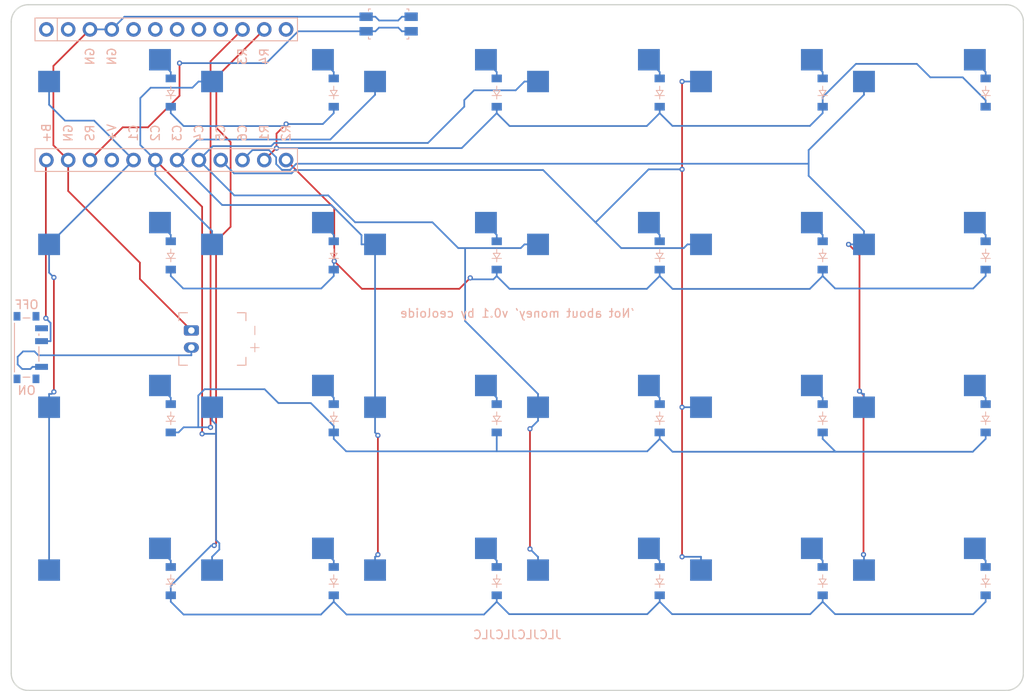
<source format=kicad_pcb>
(kicad_pcb (version 20240108) (generator "pcbnew") (generator_version "8.0")
  (title_block (title "not_about_money") (date "2024-11-12") (rev "v1.0.0") (company "Unknown"))
  (layers (0 "F.Cu" signal) (31 "B.Cu" signal) (34 "B.Paste" user) (35 "F.Paste" user) (36 "B.SilkS" user "B.Silkscreen") (37 "F.SilkS" user "F.Silkscreen") (38 "B.Mask" user) (39 "F.Mask" user) (44 "Edge.Cuts" user))
  (net 0 "")
  (net 1 "C1")
  (net 2 "c1_r4")
  (net 3 "c1_r3")
  (net 4 "c1_r2")
  (net 5 "c1_r1")
  (net 6 "C2")
  (net 7 "c2_r4")
  (net 8 "c2_r3")
  (net 9 "c2_r2")
  (net 10 "c2_r1")
  (net 11 "C3")
  (net 12 "c3_r4")
  (net 13 "c3_r3")
  (net 14 "c3_r2")
  (net 15 "c3_r1")
  (net 16 "C4")
  (net 17 "c4_r4")
  (net 18 "c4_r3")
  (net 19 "c4_r2")
  (net 20 "c4_r1")
  (net 21 "C5")
  (net 22 "c5_r4")
  (net 23 "c5_r3")
  (net 24 "c5_r2")
  (net 25 "c5_r1")
  (net 26 "C6")
  (net 27 "c6_r4")
  (net 28 "c6_r3")
  (net 29 "c6_r2")
  (net 30 "c6_r1")
  (net 31 "R4")
  (net 32 "R3")
  (net 33 "R2")
  (net 34 "R1")
  (net 35 "RAW")
  (net 36 "GND")
  (net 37 "RST")
  (net 38 "VCC")
  (net 39 "P1")
  (net 40 "P0")
  (net 41 "P2")
  (net 42 "P3")
  (net 43 "P4")
  (net 44 "P5")
  (net 45 "P6")
  (net 46 "P9")
  (net 47 "BAT_P")
  (footprint "ceoloide:mounting_hole_npth" (layer "F.Cu") (at 185.5 52.5)
    (property "Reference" "MH2" (hide yes))
    (property "Value" "")
  )
  (footprint "ceoloide:mounting_hole_npth" (layer "F.Cu") (at 109.5 90.5)
    (property "Reference" "MH4" (hide yes))
    (property "Value" "")
  )
  (footprint "ceoloide:mounting_hole_npth" (layer "F.Cu") (at 185.5 90.5)
    (property "Reference" "MH3" (hide yes))
    (property "Value" "")
  )
  (footprint "ceoloide:mounting_hole_npth" (layer "F.Cu") (at 128.5 52.5)
    (property "Reference" "MH1" (hide yes))
    (property "Value" "")
  )
  (footprint "ceoloide:mounting_hole_npth" (layer "F.Cu") (at 147.5 71.5)
    (property "Reference" "MH5" (hide yes))
    (property "Value" "")
  )
  (footprint "ceoloide:switch_mx" (layer "B.Cu") (at 176 81)
    (property "Reference" "S18" (hide yes))
    (property "Value" "")
  )
  (footprint "ceoloide:switch_mx" (layer "B.Cu") (at 157 43)
    (property "Reference" "S16" (hide yes))
    (property "Value" "")
  )
  (footprint "ceoloide:switch_mx" (layer "B.Cu") (at 100 62)
    (property "Reference" "S3" (hide yes))
    (property "Value" "")
  )
  (footprint "ceoloide:diode_tht_sod123" (layer "B.Cu") (at 202.1 98.75 90)
    (property "Reference" "D21" (hide yes))
    (property "Value" "")
  )
  (footprint "ceoloide:switch_mx" (layer "B.Cu") (at 157 62)
    (property "Reference" "S15" (hide yes))
    (property "Value" "")
  )
  (footprint "ceoloide:diode_tht_sod123" (layer "B.Cu") (at 107.1 79.75 90)
    (property "Reference" "D2" (hide yes))
    (property "Value" "")
  )
  (footprint "ceoloide:switch_mx" (layer "B.Cu") (at 195 81)
    (property "Reference" "S22" (hide yes))
    (property "Value" "")
  )
  (footprint "ceoloide:diode_tht_sod123" (layer "B.Cu") (at 202.1 41.75 90)
    (property "Reference" "D24" (hide yes))
    (property "Value" "")
  )
  (footprint "ceoloide:switch_mx" (layer "B.Cu") (at 138 100)
    (property "Reference" "S9" (hide yes))
    (property "Value" "")
  )
  (footprint "ceoloide:diode_tht_sod123" (layer "B.Cu") (at 183.1 41.75 90)
    (property "Reference" "D20" (hide yes))
    (property "Value" "")
  )
  (footprint "ceoloide:switch_mx" (layer "B.Cu") (at 176 100)
    (property "Reference" "S17" (hide yes))
    (property "Value" "")
  )
  (footprint "ceoloide:battery_connector_jst_ph_2" (layer "B.Cu") (at 109.5 70.5 90)
    (property "Reference" "JST1" (hide yes))
    (property "Value" "")
  )
  (footprint "ceoloide:diode_tht_sod123" (layer "B.Cu") (at 126.1 79.75 90)
    (property "Reference" "D6" (hide yes))
    (property "Value" "")
  )
  (footprint "ceoloide:switch_mx" (layer "B.Cu") (at 119 100)
    (property "Reference" "S5" (hide yes))
    (property "Value" "")
  )
  (footprint "ceoloide:switch_mx" (layer "B.Cu") (at 176 43)
    (property "Reference" "S20" (hide yes))
    (property "Value" "")
  )
  (footprint "ceoloide:diode_tht_sod123" (layer "B.Cu") (at 107.1 98.75 90)
    (property "Reference" "D1" (hide yes))
    (property "Value" "")
  )
  (footprint "ceoloide:switch_mx" (layer "B.Cu") (at 119 62)
    (property "Reference" "S7" (hide yes))
    (property "Value" "")
  )
  (footprint "ceoloide:switch_mx" (layer "B.Cu") (at 119 43)
    (property "Reference" "S8" (hide yes))
    (property "Value" "")
  )
  (footprint "ceoloide:switch_mx" (layer "B.Cu") (at 100 81)
    (property "Reference" "S2" (hide yes))
    (property "Value" "")
  )
  (footprint "ceoloide:diode_tht_sod123" (layer "B.Cu") (at 183.1 98.75 90)
    (property "Reference" "D17" (hide yes))
    (property "Value" "")
  )
  (footprint "ceoloide:switch_mx" (layer "B.Cu") (at 195 100)
    (property "Reference" "S21" (hide yes))
    (property "Value" "")
  )
  (footprint "ceoloide:switch_mx" (layer "B.Cu") (at 195 43)
    (property "Reference" "S24" (hide yes))
    (property "Value" "")
  )
  (footprint "ceoloide:diode_tht_sod123" (layer "B.Cu") (at 164.1 98.75 90)
    (property "Reference" "D13" (hide yes))
    (property "Value" "")
  )
  (footprint "ceoloide:switch_mx" (layer "B.Cu") (at 138 43)
    (property "Reference" "S12" (hide yes))
    (property "Value" "")
  )
  (footprint "ceoloide:switch_mx" (layer "B.Cu") (at 176 62)
    (property "Reference" "S19" (hide yes))
    (property "Value" "")
  )
  (footprint "ceoloide:switch_mx" (layer "B.Cu") (at 195 62)
    (property "Reference" "S23" (hide yes))
    (property "Value" "")
  )
  (footprint "ceoloide:switch_mx" (layer "B.Cu") (at 157 81)
    (property "Reference" "S14" (hide yes))
    (property "Value" "")
  )
  (footprint "ceoloide:switch_mx" (layer "B.Cu") (at 100 43)
    (property "Reference" "S4" (hide yes))
    (property "Value" "")
  )
  (footprint "ceoloide:diode_tht_sod123" (layer "B.Cu") (at 145.1 98.75 90)
    (property "Reference" "D9" (hide yes))
    (property "Value" "")
  )
  (footprint "ceoloide:diode_tht_sod123" (layer "B.Cu") (at 202.1 60.75 90)
    (property "Reference" "D23" (hide yes))
    (property "Value" "")
  )
  (footprint "ceoloide:diode_tht_sod123" (layer "B.Cu") (at 164.1 60.75 90)
    (property "Reference" "D15" (hide yes))
    (property "Value" "")
  )
  (footprint "ceoloide:diode_tht_sod123" (layer "B.Cu") (at 126.1 98.75 90)
    (property "Reference" "D5" (hide yes))
    (property "Value" "")
  )
  (footprint "ceoloide:diode_tht_sod123" (layer "B.Cu") (at 145.1 60.75 90)
    (property "Reference" "D11" (hide yes))
    (property "Value" "")
  )
  (footprint "ceoloide:switch_mx" (layer "B.Cu") (at 100 100)
    (property "Reference" "S1" (hide yes))
    (property "Value" "")
  )
  (footprint "ceoloide:switch_mx" (layer "B.Cu") (at 138 62)
    (property "Reference" "S11" (hide yes))
    (property "Value" "")
  )
  (footprint "ceoloide:reset_switch_smd_side" (layer "B.Cu") (at 132.5 33.75)
    (property "Reference" "RST1" (hide yes))
    (property "Value" "")
  )
  (footprint "ceoloide:switch_mx" (layer "B.Cu") (at 138 81)
    (property "Reference" "S10" (hide yes))
    (property "Value" "")
  )
  (footprint "ceoloide:diode_tht_sod123" (layer "B.Cu") (at 126.1 41.75 90)
    (property "Reference" "D8" (hide yes))
    (property "Value" "")
  )
  (footprint "ceoloide:mcu_nice_nano" (layer "B.Cu") (at 105.3 42 90)
    (property "Reference" "MCU1" (hide yes))
    (property "Value" "")
  )
  (footprint "ceoloide:diode_tht_sod123" (layer "B.Cu") (at 183.1 79.75 90)
    (property "Reference" "D18" (hide yes))
    (property "Value" "")
  )
  (footprint "ceoloide:power_switch_smd_side" (layer "B.Cu") (at 90.3 71.5 180)
    (property "Reference" "PWR1" (hide yes))
    (property "Value" "")
  )
  (footprint "ceoloide:diode_tht_sod123" (layer "B.Cu") (at 183.1 60.75 90)
    (property "Reference" "D19" (hide yes))
    (property "Value" "")
  )
  (footprint "ceoloide:diode_tht_sod123" (layer "B.Cu") (at 107.1 60.75 90)
    (property "Reference" "D3" (hide yes))
    (property "Value" "")
  )
  (footprint "ceoloide:diode_tht_sod123" (layer "B.Cu") (at 126.1 60.75 90)
    (property "Reference" "D7" (hide yes))
    (property "Value" "")
  )
  (footprint "ceoloide:switch_mx" (layer "B.Cu") (at 119 81)
    (property "Reference" "S6" (hide yes))
    (property "Value" "")
  )
  (footprint "ceoloide:diode_tht_sod123" (layer "B.Cu") (at 164.1 79.75 90)
    (property "Reference" "D14" (hide yes))
    (property "Value" "")
  )
  (footprint "ceoloide:diode_tht_sod123" (layer "B.Cu") (at 164.1 41.75 90)
    (property "Reference" "D16" (hide yes))
    (property "Value" "")
  )
  (footprint "ceoloide:diode_tht_sod123" (layer "B.Cu") (at 145.1 79.75 90)
    (property "Reference" "D10" (hide yes))
    (property "Value" "")
  )
  (footprint "ceoloide:diode_tht_sod123" (layer "B.Cu") (at 107.1 41.75 90)
    (property "Reference" "D4" (hide yes))
    (property "Value" "")
  )
  (footprint "ceoloide:diode_tht_sod123" (layer "B.Cu") (at 145.1 41.75 90)
    (property "Reference" "D12" (hide yes))
    (property "Value" "")
  )
  (footprint "ceoloide:diode_tht_sod123" (layer "B.Cu") (at 202.1 79.75 90)
    (property "Reference" "D22" (hide yes))
    (property "Value" "")
  )
  (footprint "ceoloide:switch_mx" (layer "B.Cu") (at 157 100)
    (property "Reference" "S13" (hide yes))
    (property "Value" "")
  )
  (gr_line (start 88.5 109.5) (end 88.5 33.5) (stroke (width 0.15)) (layer "Edge.Cuts"))
  (gr_line (start 204.5 111.5) (end 90.5 111.5) (stroke (width 0.15)) (layer "Edge.Cuts"))
  (gr_arc (start 88.5 33.5) (mid 89.085786 32.085786) (end 90.5 31.5) (stroke (width 0.15)) (layer "Edge.Cuts"))
  (gr_line (start 90.5 31.5) (end 204.5 31.5) (stroke (width 0.15)) (layer "Edge.Cuts"))
  (gr_arc (start 204.5 31.5) (mid 205.914214 32.085786) (end 206.5 33.5) (stroke (width 0.15)) (layer "Edge.Cuts"))
  (gr_arc (start 90.5 111.5) (mid 89.085786 110.914214) (end 88.5 109.5) (stroke (width 0.15)) (layer "Edge.Cuts"))
  (gr_arc (start 206.5 109.5) (mid 205.914214 110.914214) (end 204.5 111.5) (stroke (width 0.15)) (layer "Edge.Cuts"))
  (gr_line (start 206.5 33.5) (end 206.5 109.5) (stroke (width 0.15)) (layer "Edge.Cuts"))
  (gr_text "'Not about money' v0.1 by ceoloide" (at 147.5 67.5 0) (layer "B.SilkS") (effects (font (size 1 1)) (justify mirror)))
  (gr_text "JLCJLCJLCJLC" (at 147.5 105 0) (layer "B.SilkS") (effects (font (size 1 1)) (justify mirror)))
  (segment (start 93.4738 76.6651) (end 93.4738 63.3236) (width 0.2) (layer "F.Cu") (net 1))
  (via (at 93.4738 76.6651) (size 0.6) (drill 0.3) (layers "F.Cu" "B.Cu") (net 1))
  (via (at 93.4738 63.3236) (size 0.6) (drill 0.3) (layers "F.Cu" "B.Cu") (net 1))
  (segment (start 92.915 40.46) (end 92.915 43.1701) (width 0.2) (layer "B.Cu") (net 1))
  (segment (start 98.1642 45.0242) (end 102.76 49.62) (width 0.2) (layer "B.Cu") (net 1))
  (segment (start 92.915 62.7648) (end 93.4738 63.3236) (width 0.2) (layer "B.Cu") (net 1))
  (segment (start 92.92 59.46) (end 92.915 59.46) (width 0.2) (layer "B.Cu") (net 1))
  (segment (start 92.915 97.46) (end 92.915 78.46) (width 0.2) (layer "B.Cu") (net 1))
  (segment (start 94.7691 45.0242) (end 98.1642 45.0242) (width 0.2) (layer "B.Cu") (net 1))
  (segment (start 102.76 49.62) (end 92.92 59.46) (width 0.2) (layer "B.Cu") (net 1))
  (segment (start 93.2306 76.9083) (end 93.4738 76.6651) (width 0.2) (layer "B.Cu") (net 1))
  (segment (start 92.915 59.46) (end 92.915 62.7648) (width 0.2) (layer "B.Cu") (net 1))
  (segment (start 92.915 76.9083) (end 93.2306 76.9083) (width 0.2) (layer "B.Cu") (net 1))
  (segment (start 92.915 78.46) (end 92.915 76.9083) (width 0.2) (layer "B.Cu") (net 1))
  (segment (start 92.915 43.1701) (end 94.7691 45.0242) (width 0.2) (layer "B.Cu") (net 1))
  (segment (start 107.1 97.1) (end 107.1 96.3483) (width 0.2) (layer "B.Cu") (net 2))
  (segment (start 107.1 96.3483) (end 105.842 95.0903) (width 0.2) (layer "B.Cu") (net 2))
  (segment (start 105.842 95.0903) (end 105.842 94.92) (width 0.2) (layer "B.Cu") (net 2))
  (segment (start 107.1 78.1) (end 107.1 77.3483) (width 0.2) (layer "B.Cu") (net 3))
  (segment (start 105.842 76.0903) (end 105.842 75.92) (width 0.2) (layer "B.Cu") (net 3))
  (segment (start 107.1 77.3483) (end 105.842 76.0903) (width 0.2) (layer "B.Cu") (net 3))
  (segment (start 105.842 57.0903) (end 105.842 56.92) (width 0.2) (layer "B.Cu") (net 4))
  (segment (start 107.1 58.3483) (end 105.842 57.0903) (width 0.2) (layer "B.Cu") (net 4))
  (segment (start 107.1 59.1) (end 107.1 58.3483) (width 0.2) (layer "B.Cu") (net 4))
  (segment (start 107.1 39.3483) (end 105.842 38.0903) (width 0.2) (layer "B.Cu") (net 5))
  (segment (start 107.1 40.1) (end 107.1 39.3483) (width 0.2) (layer "B.Cu") (net 5))
  (segment (start 105.842 38.0903) (end 105.842 37.92) (width 0.2) (layer "B.Cu") (net 5))
  (segment (start 105.3 49.62) (end 110.7548 55.0748) (width 0.2) (layer "F.Cu") (net 6))
  (segment (start 110.7548 55.0748) (end 110.7548 81.5623) (width 0.2) (layer "F.Cu") (net 6))
  (via (at 110.7548 81.5623) (size 0.6) (drill 0.3) (layers "F.Cu" "B.Cu") (net 6))
  (segment (start 103.5496 47.8696) (end 105.3 49.62) (width 0.2) (layer "B.Cu") (net 6))
  (segment (start 111.915 40.46) (end 110.3383 40.46) (width 0.2) (layer "B.Cu") (net 6))
  (segment (start 103.5496 42.3888) (end 103.5496 47.8696) (width 0.2) (layer "B.Cu") (net 6))
  (segment (start 112.3814 93.9589) (end 112.3814 81.5623) (width 0.2) (layer "B.Cu") (net 6))
  (segment (start 111.915 78.7894) (end 111.915 80.0117) (width 0.2) (layer "B.Cu") (net 6))
  (segment (start 105.3 51.2933) (end 105.3 49.62) (width 0.2) (layer "B.Cu") (net 6))
  (segment (start 112.3814 81.5623) (end 112.3814 80.4781) (width 0.2) (layer "B.Cu") (net 6))
  (segment (start 111.915 59.46) (end 111.915 57.9083) (width 0.2) (layer "B.Cu") (net 6))
  (segment (start 112.7624 94.3398) (end 112.3815 93.9589) (width 0.2) (layer "B.Cu") (net 6))
  (segment (start 110.3383 40.46) (end 109.6166 41.1817) (width 0.2) (layer "B.Cu") (net 6))
  (segment (start 112.7624 95.0609) (end 112.7624 94.3398) (width 0.2) (layer "B.Cu") (net 6))
  (segment (start 111.915 97.46) (end 111.915 95.9083) (width 0.2) (layer "B.Cu") (net 6))
  (segment (start 104.7567 41.1817) (end 103.5496 42.3888) (width 0.2) (layer "B.Cu") (net 6))
  (segment (start 111.915 78.7894) (end 111.915 78.46) (width 0.2) (layer "B.Cu") (net 6))
  (segment (start 112.3814 81.5623) (end 110.7548 81.5623) (width 0.2) (layer "B.Cu") (net 6))
  (segment (start 112.3814 80.4781) (end 111.915 80.0117) (width 0.2) (layer "B.Cu") (net 6))
  (segment (start 109.6166 41.1817) (end 104.7567 41.1817) (width 0.2) (layer "B.Cu") (net 6))
  (segment (start 111.915 95.9083) (end 112.7624 95.0609) (width 0.2) (layer "B.Cu") (net 6))
  (segment (start 112.3815 93.9589) (end 112.3814 93.9589) (width 0.2) (layer "B.Cu") (net 6))
  (segment (start 111.915 57.9083) (end 105.3 51.2933) (width 0.2) (layer "B.Cu") (net 6))
  (segment (start 124.842 95.0903) (end 124.842 94.92) (width 0.2) (layer "B.Cu") (net 7))
  (segment (start 126.1 97.1) (end 126.1 96.3483) (width 0.2) (layer "B.Cu") (net 7))
  (segment (start 126.1 96.3483) (end 124.842 95.0903) (width 0.2) (layer "B.Cu") (net 7))
  (segment (start 126.1 77.3483) (end 124.842 76.0903) (width 0.2) (layer "B.Cu") (net 8))
  (segment (start 126.1 78.1) (end 126.1 77.3483) (width 0.2) (layer "B.Cu") (net 8))
  (segment (start 124.842 76.0903) (end 124.842 75.92) (width 0.2) (layer "B.Cu") (net 8))
  (segment (start 126.1 58.3483) (end 124.842 57.0903) (width 0.2) (layer "B.Cu") (net 9))
  (segment (start 124.842 57.0903) (end 124.842 56.92) (width 0.2) (layer "B.Cu") (net 9))
  (segment (start 126.1 59.1) (end 126.1 58.3483) (width 0.2) (layer "B.Cu") (net 9))
  (segment (start 126.1 40.1) (end 126.1 39.3483) (width 0.2) (layer "B.Cu") (net 10))
  (segment (start 124.842 38.0903) (end 124.842 37.92) (width 0.2) (layer "B.Cu") (net 10))
  (segment (start 126.1 39.3483) (end 124.842 38.0903) (width 0.2) (layer "B.Cu") (net 10))
  (segment (start 131.2475 95.6588) (end 131.2475 81.7421) (width 0.2) (layer "F.Cu") (net 11))
  (via (at 131.2475 95.6588) (size 0.6) (drill 0.3) (layers "F.Cu" "B.Cu") (net 11))
  (via (at 131.2475 81.7421) (size 0.6) (drill 0.3) (layers "F.Cu" "B.Cu") (net 11))
  (segment (start 125.7008 47.2259) (end 110.2341 47.2259) (width 0.2) (layer "B.Cu") (net 11))
  (segment (start 125.8153 54.8683) (end 113.0883 54.8683) (width 0.2) (layer "B.Cu") (net 11))
  (segment (start 129.3383 59.46) (end 129.3383 58.3913) (width 0.2) (layer "B.Cu") (net 11))
  (segment (start 130.998 95.9083) (end 131.2475 95.6588) (width 0.2) (layer "B.Cu") (net 11))
  (segment (start 130.915 95.9083) (end 130.998 95.9083) (width 0.2) (layer "B.Cu") (net 11))
  (segment (start 129.3383 58.3913) (end 125.8153 54.8683) (width 0.2) (layer "B.Cu") (net 11))
  (segment (start 130.915 42.0117) (end 125.7008 47.2259) (width 0.2) (layer "B.Cu") (net 11))
  (segment (start 130.915 81.4096) (end 131.2475 81.7421) (width 0.2) (layer "B.Cu") (net 11))
  (segment (start 110.2341 47.2259) (end 107.84 49.62) (width 0.2) (layer "B.Cu") (net 11))
  (segment (start 130.915 97.46) (end 130.915 95.9083) (width 0.2) (layer "B.Cu") (net 11))
  (segment (start 130.915 40.46) (end 130.915 42.0117) (width 0.2) (layer "B.Cu") (net 11))
  (segment (start 130.915 59.46) (end 130.915 78.46) (width 0.2) (layer "B.Cu") (net 11))
  (segment (start 113.0883 54.8683) (end 107.84 49.62) (width 0.2) (layer "B.Cu") (net 11))
  (segment (start 130.915 59.46) (end 129.3383 59.46) (width 0.2) (layer "B.Cu") (net 11))
  (segment (start 130.915 78.46) (end 130.915 81.4096) (width 0.2) (layer "B.Cu") (net 11))
  (segment (start 145.1 96.3483) (end 143.842 95.0903) (width 0.2) (layer "B.Cu") (net 12))
  (segment (start 143.842 95.0903) (end 143.842 94.92) (width 0.2) (layer "B.Cu") (net 12))
  (segment (start 145.1 97.1) (end 145.1 96.3483) (width 0.2) (layer "B.Cu") (net 12))
  (segment (start 145.1 77.3483) (end 143.842 76.0903) (width 0.2) (layer "B.Cu") (net 13))
  (segment (start 143.842 76.0903) (end 143.842 75.92) (width 0.2) (layer "B.Cu") (net 13))
  (segment (start 145.1 78.1) (end 145.1 77.3483) (width 0.2) (layer "B.Cu") (net 13))
  (segment (start 145.1 58.3483) (end 143.842 57.0903) (width 0.2) (layer "B.Cu") (net 14))
  (segment (start 143.842 57.0903) (end 143.842 56.92) (width 0.2) (layer "B.Cu") (net 14))
  (segment (start 145.1 59.1) (end 145.1 58.3483) (width 0.2) (layer "B.Cu") (net 14))
  (segment (start 143.842 38.0903) (end 143.842 37.92) (width 0.2) (layer "B.Cu") (net 15))
  (segment (start 145.1 40.1) (end 145.1 39.3483) (width 0.2) (layer "B.Cu") (net 15))
  (segment (start 145.1 39.3483) (end 143.842 38.0903) (width 0.2) (layer "B.Cu") (net 15))
  (segment (start 148.9775 94.9938) (end 148.9775 80.9786) (width 0.2) (layer "F.Cu") (net 16))
  (via (at 148.9775 80.9786) (size 0.6) (drill 0.3) (layers "F.Cu" "B.Cu") (net 16))
  (via (at 148.9775 94.9938) (size 0.6) (drill 0.3) (layers "F.Cu" "B.Cu") (net 16))
  (segment (start 149.915 59.46) (end 148.3383 59.46) (width 0.2) (layer "B.Cu") (net 16))
  (segment (start 141.4138 68.4071) (end 149.915 76.9083) (width 0.2) (layer "B.Cu") (net 16))
  (segment (start 148.3383 40.46) (end 147.3111 41.4872) (width 0.2) (layer "B.Cu") (net 16))
  (segment (start 112.0045 47.9955) (end 110.38 49.62) (width 0.2) (layer "B.Cu") (net 16))
  (segment (start 149.915 40.46) (end 148.3383 40.46) (width 0.2) (layer "B.Cu") (net 16))
  (segment (start 142.4526 41.4872) (end 141.3179 42.6219) (width 0.2) (layer "B.Cu") (net 16))
  (segment (start 118.8106 47.9954) (end 118.8106 47.9955) (width 0.2) (layer "B.Cu") (net 16))
  (segment (start 141.3179 42.6219) (end 141.3179 43.39) (width 0.2) (layer "B.Cu") (net 16))
  (segment (start 114.5085 53.7485) (end 110.38 49.62) (width 0.2) (layer "B.Cu") (net 16))
  (segment (start 141.3179 43.39) (end 137.0803 47.6276) (width 0.2) (layer "B.Cu") (net 16))
  (segment (start 119.1784 47.6276) (end 118.8106 47.9954) (width 0.2) (layer "B.Cu") (net 16))
  (segment (start 141.4138 59.8936) (end 140.6121 59.8936) (width 0.2) (layer "B.Cu") (net 16))
  (segment (start 118.8106 47.9955) (end 112.0045 47.9955) (width 0.2) (layer "B.Cu") (net 16))
  (segment (start 149.915 80.0411) (end 148.9775 80.9786) (width 0.2) (layer "B.Cu") (net 16))
  (segment (start 148.9775 94.9938) (end 149.892 95.9083) (width 0.2) (layer "B.Cu") (net 16))
  (segment (start 148.3383 59.46) (end 147.9047 59.8936) (width 0.2) (layer "B.Cu") (net 16))
  (segment (start 140.6121 59.8936) (end 137.6003 56.8818) (width 0.2) (layer "B.Cu") (net 16))
  (segment (start 141.4138 59.8936) (end 141.4138 68.4071) (width 0.2) (layer "B.Cu") (net 16))
  (segment (start 125.4635 53.7485) (end 114.5085 53.7485) (width 0.2) (layer "B.Cu") (net 16))
  (segment (start 149.915 77.6841) (end 149.915 78.46) (width 0.2) (layer "B.Cu") (net 16))
  (segment (start 149.915 77.6841) (end 149.915 76.9083) (width 0.2) (layer "B.Cu") (net 16))
  (segment (start 147.3111 41.4872) (end 142.4526 41.4872) (width 0.2) (layer "B.Cu") (net 16))
  (segment (start 149.915 97.46) (end 149.915 95.9083) (width 0.2) (layer "B.Cu") (net 16))
  (segment (start 137.6003 56.8818) (end 128.5968 56.8818) (width 0.2) (layer "B.Cu") (net 16))
  (segment (start 149.892 95.9083) (end 149.915 95.9083) (width 0.2) (layer "B.Cu") (net 16))
  (segment (start 128.5968 56.8818) (end 125.4635 53.7485) (width 0.2) (layer "B.Cu") (net 16))
  (segment (start 137.0803 47.6276) (end 119.1784 47.6276) (width 0.2) (layer "B.Cu") (net 16))
  (segment (start 149.915 78.46) (end 149.915 80.0411) (width 0.2) (layer "B.Cu") (net 16))
  (segment (start 147.9047 59.8936) (end 141.4138 59.8936) (width 0.2) (layer "B.Cu") (net 16))
  (segment (start 164.1 96.3483) (end 162.842 95.0903) (width 0.2) (layer "B.Cu") (net 17))
  (segment (start 164.1 97.1) (end 164.1 96.3483) (width 0.2) (layer "B.Cu") (net 17))
  (segment (start 162.842 95.0903) (end 162.842 94.92) (width 0.2) (layer "B.Cu") (net 17))
  (segment (start 162.842 76.0903) (end 162.842 75.92) (width 0.2) (layer "B.Cu") (net 18))
  (segment (start 164.1 78.1) (end 164.1 77.3483) (width 0.2) (layer "B.Cu") (net 18))
  (segment (start 164.1 77.3483) (end 162.842 76.0903) (width 0.2) (layer "B.Cu") (net 18))
  (segment (start 164.1 59.1) (end 164.1 58.3483) (width 0.2) (layer "B.Cu") (net 19))
  (segment (start 164.1 58.3483) (end 162.842 57.0903) (width 0.2) (layer "B.Cu") (net 19))
  (segment (start 162.842 57.0903) (end 162.842 56.92) (width 0.2) (layer "B.Cu") (net 19))
  (segment (start 164.1 39.3483) (end 162.842 38.0903) (width 0.2) (layer "B.Cu") (net 20))
  (segment (start 162.842 38.0903) (end 162.842 37.92) (width 0.2) (layer "B.Cu") (net 20))
  (segment (start 164.1 40.1) (end 164.1 39.3483) (width 0.2) (layer "B.Cu") (net 20))
  (segment (start 166.7075 40.46) (end 166.7075 50.7068) (width 0.2) (layer "F.Cu") (net 21))
  (segment (start 166.7075 78.46) (end 166.7075 95.9083) (width 0.2) (layer "F.Cu") (net 21))
  (segment (start 166.7075 50.7068) (end 166.7075 78.46) (width 0.2) (layer "F.Cu") (net 21))
  (via (at 166.7075 95.9083) (size 0.6) (drill 0.3) (layers "F.Cu" "B.Cu") (net 21))
  (via (at 166.7075 40.46) (size 0.6) (drill 0.3) (layers "F.Cu" "B.Cu") (net 21))
  (via (at 166.7075 50.7068) (size 0.6) (drill 0.3) (layers "F.Cu" "B.Cu") (net 21))
  (via (at 166.7075 78.46) (size 0.6) (drill 0.3) (layers "F.Cu" "B.Cu") (net 21))
  (segment (start 112.92 49.62) (end 114.4734 51.1734) (width 0.2) (layer "B.Cu") (net 21))
  (segment (start 168.915 40.46) (end 166.7075 40.46) (width 0.2) (layer "B.Cu") (net 21))
  (segment (start 168.915 59.46) (end 167.3383 59.46) (width 0.2) (layer "B.Cu") (net 21))
  (segment (start 166.9047 59.8936) (end 167.3383 59.46) (width 0.2) (layer "B.Cu") (net 21))
  (segment (start 114.4734 51.1734) (end 121.1834 51.1734) (width 0.2) (layer "B.Cu") (net 21))
  (segment (start 121.1834 51.1734) (end 121.5698 50.787) (width 0.2) (layer "B.Cu") (net 21))
  (segment (start 168.915 97.46) (end 168.915 95.9083) (width 0.2) (layer "B.Cu") (net 21))
  (segment (start 168.915 95.9083) (end 166.7075 95.9083) (width 0.2) (layer "B.Cu") (net 21))
  (segment (start 168.915 78.46) (end 166.7075 78.46) (width 0.2) (layer "B.Cu") (net 21))
  (segment (start 166.7075 50.7068) (end 162.8085 50.7068) (width 0.2) (layer "B.Cu") (net 21))
  (segment (start 159.6121 59.8936) (end 166.9047 59.8936) (width 0.2) (layer "B.Cu") (net 21))
  (segment (start 156.6169 56.8984) (end 159.6121 59.8936) (width 0.2) (layer "B.Cu") (net 21))
  (segment (start 162.8085 50.7068) (end 156.6169 56.8984) (width 0.2) (layer "B.Cu") (net 21))
  (segment (start 150.5055 50.787) (end 156.6169 56.8984) (width 0.2) (layer "B.Cu") (net 21))
  (segment (start 121.5698 50.787) (end 150.5055 50.787) (width 0.2) (layer "B.Cu") (net 21))
  (segment (start 183.1 97.1) (end 183.1 96.3483) (width 0.2) (layer "B.Cu") (net 22))
  (segment (start 183.1 96.3483) (end 181.842 95.0903) (width 0.2) (layer "B.Cu") (net 22))
  (segment (start 181.842 95.0903) (end 181.842 94.92) (width 0.2) (layer "B.Cu") (net 22))
  (segment (start 181.842 76.0903) (end 181.842 75.92) (width 0.2) (layer "B.Cu") (net 23))
  (segment (start 183.1 77.3483) (end 181.842 76.0903) (width 0.2) (layer "B.Cu") (net 23))
  (segment (start 183.1 78.1) (end 183.1 77.3483) (width 0.2) (layer "B.Cu") (net 23))
  (segment (start 183.1 59.1) (end 183.1 58.3483) (width 0.2) (layer "B.Cu") (net 24))
  (segment (start 183.1 58.3483) (end 181.842 57.0903) (width 0.2) (layer "B.Cu") (net 24))
  (segment (start 181.842 57.0903) (end 181.842 56.92) (width 0.2) (layer "B.Cu") (net 24))
  (segment (start 181.842 38.0903) (end 181.842 37.92) (width 0.2) (layer "B.Cu") (net 25))
  (segment (start 183.1 40.1) (end 183.1 39.3483) (width 0.2) (layer "B.Cu") (net 25))
  (segment (start 183.1 39.3483) (end 181.842 38.0903) (width 0.2) (layer "B.Cu") (net 25))
  (segment (start 187.3925 76.5826) (end 187.86 77.0501) (width 0.2) (layer "F.Cu") (net 26))
  (segment (start 187.3925 60.734) (end 186.1185 59.46) (width 0.2) (layer "F.Cu") (net 26))
  (segment (start 187.86 77.0501) (end 187.86 95.654) (width 0.2) (layer "F.Cu") (net 26))
  (segment (start 187.3925 76.5826) (end 187.3925 60.734) (width 0.2) (layer "F.Cu") (net 26))
  (via (at 187.3925 76.5826) (size 0.6) (drill 0.3) (layers "F.Cu" "B.Cu") (net 26))
  (via (at 187.86 95.654) (size 0.6) (drill 0.3) (layers "F.Cu" "B.Cu") (net 26))
  (via (at 186.1185 59.46) (size 0.6) (drill 0.3) (layers "F.Cu" "B.Cu") (net 26))
  (segment (start 187.915 58.6841) (end 187.915 57.9083) (width 0.2) (layer "B.Cu") (net 26))
  (segment (start 187.915 42.0117) (end 181.4635 48.4632) (width 0.2) (layer "B.Cu") (net 26))
  (segment (start 181.4635 50.0503) (end 181.4635 51.4568) (width 0.2) (layer "B.Cu") (net 26))
  (segment (start 118.5466 48.4632) (end 119.3883 49.3049) (width 0.2) (layer "B.Cu") (net 26))
  (segment (start 119.3883 50.097) (end 120.063 50.7717) (width 0.2) (layer "B.Cu") (net 26))
  (segment (start 187.915 58.6841) (end 187.915 59.46) (width 0.2) (layer "B.Cu") (net 26))
  (segment (start 120.063 50.7717) (end 121.0171 50.7717) (width 0.2) (layer "B.Cu") (net 26))
  (segment (start 187.915 97.46) (end 187.915 95.709) (width 0.2) (layer "B.Cu") (net 26))
  (segment (start 115.46 49.62) (end 116.6168 48.4632) (width 0.2) (layer "B.Cu") (net 26))
  (segment (start 187.915 78.46) (end 187.915 76.9083) (width 0.2) (layer "B.Cu") (net 26))
  (segment (start 187.915 40.46) (end 187.915 42.0117) (width 0.2) (layer "B.Cu") (net 26))
  (segment (start 187.915 59.46) (end 186.1185 59.46) (width 0.2) (layer "B.Cu") (net 26))
  (segment (start 116.6168 48.4632) (end 118.5466 48.4632) (width 0.2) (layer "B.Cu") (net 26))
  (segment (start 181.4635 51.4568) (end 187.915 57.9083) (width 0.2) (layer "B.Cu") (net 26))
  (segment (start 187.3925 76.5826) (end 187.7182 76.9083) (width 0.2) (layer "B.Cu") (net 26))
  (segment (start 187.915 95.709) (end 187.86 95.654) (width 0.2) (layer "B.Cu") (net 26))
  (segment (start 121.0171 50.7717) (end 121.7385 50.0503) (width 0.2) (layer "B.Cu") (net 26))
  (segment (start 187.7182 76.9083) (end 187.915 76.9083) (width 0.2) (layer "B.Cu") (net 26))
  (segment (start 181.4635 48.4632) (end 181.4635 50.0503) (width 0.2) (layer "B.Cu") (net 26))
  (segment (start 119.3883 49.3049) (end 119.3883 50.097) (width 0.2) (layer "B.Cu") (net 26))
  (segment (start 121.7385 50.0503) (end 181.4635 50.0503) (width 0.2) (layer "B.Cu") (net 26))
  (segment (start 202.1 96.3483) (end 200.842 95.0903) (width 0.2) (layer "B.Cu") (net 27))
  (segment (start 200.842 95.0903) (end 200.842 94.92) (width 0.2) (layer "B.Cu") (net 27))
  (segment (start 202.1 97.1) (end 202.1 96.3483) (width 0.2) (layer "B.Cu") (net 27))
  (segment (start 200.842 76.0903) (end 200.842 75.92) (width 0.2) (layer "B.Cu") (net 28))
  (segment (start 202.1 78.1) (end 202.1 77.3483) (width 0.2) (layer "B.Cu") (net 28))
  (segment (start 202.1 77.3483) (end 200.842 76.0903) (width 0.2) (layer "B.Cu") (net 28))
  (segment (start 200.842 57.0903) (end 200.842 56.92) (width 0.2) (layer "B.Cu") (net 29))
  (segment (start 202.1 59.1) (end 202.1 58.3483) (width 0.2) (layer "B.Cu") (net 29))
  (segment (start 202.1 58.3483) (end 200.842 57.0903) (width 0.2) (layer "B.Cu") (net 29))
  (segment (start 202.1 40.1) (end 202.1 39.3483) (width 0.2) (layer "B.Cu") (net 30))
  (segment (start 202.1 39.3483) (end 200.842 38.0903) (width 0.2) (layer "B.Cu") (net 30))
  (segment (start 200.842 38.0903) (end 200.842 37.92) (width 0.2) (layer "B.Cu") (net 30))
  (segment (start 112.3804 59.0996) (end 114.0747 57.4053) (width 0.2) (layer "F.Cu") (net 31))
  (segment (start 114.0747 57.4053) (end 114.0747 47.5221) (width 0.2) (layer "F.Cu") (net 31))
  (segment (start 114.0747 47.5221) (end 112.4111 45.8585) (width 0.2) (layer "F.Cu") (net 31))
  (segment (start 112.1607 94.589) (end 112.3804 94.3693) (width 0.2) (layer "F.Cu") (net 31))
  (segment (start 112.3804 94.3693) (end 112.3804 59.0996) (width 0.2) (layer "F.Cu") (net 31))
  (segment (start 112.4111 45.8585) (end 112.4111 39.9689) (width 0.2) (layer "F.Cu") (net 31))
  (segment (start 112.4111 39.9689) (end 118 34.38) (width 0.2) (layer "F.Cu") (net 31))
  (via (at 112.1607 94.589) (size 0.6) (drill 0.3) (layers "F.Cu" "B.Cu") (net 31))
  (segment (start 164.1 101.1517) (end 165.55 102.6017) (width 0.2) (layer "B.Cu") (net 31))
  (segment (start 200.65 102.6017) (end 202.1 101.1517) (width 0.2) (layer "B.Cu") (net 31))
  (segment (start 107.1 100.7758) (end 107.1 101.1517) (width 0.2) (layer "B.Cu") (net 31))
  (segment (start 107.1 100.4) (end 107.1 99.3072) (width 0.2) (layer "B.Cu") (net 31))
  (segment (start 108.593 102.6447) (end 124.607 102.6447) (width 0.2) (layer "B.Cu") (net 31))
  (segment (start 143.6102 102.6415) (end 145.1 101.1517) (width 0.2) (layer "B.Cu") (net 31))
  (segment (start 145.1 101.1517) (end 146.55 102.6017) (width 0.2) (layer "B.Cu") (net 31))
  (segment (start 124.607 102.6447) (end 126.1 101.1517) (width 0.2) (layer "B.Cu") (net 31))
  (segment (start 127.5898 102.6415) (end 143.6102 102.6415) (width 0.2) (layer "B.Cu") (net 31))
  (segment (start 111.8182 94.589) (end 112.1607 94.589) (width 0.2) (layer "B.Cu") (net 31))
  (segment (start 126.1 101.1517) (end 127.5898 102.6415) (width 0.2) (layer "B.Cu") (net 31))
  (segment (start 126.1 100.7758) (end 126.1 101.1517) (width 0.2) (layer "B.Cu") (net 31))
  (segment (start 107.1 100.7758) (end 107.1 100.4) (width 0.2) (layer "B.Cu") (net 31))
  (segment (start 145.1 100.4) (end 145.1 101.1517) (width 0.2) (layer "B.Cu") (net 31))
  (segment (start 165.55 102.6017) (end 181.65 102.6017) (width 0.2) (layer "B.Cu") (net 31))
  (segment (start 146.55 102.6017) (end 162.65 102.6017) (width 0.2) (layer "B.Cu") (net 31))
  (segment (start 107.1 99.3072) (end 111.8182 94.589) (width 0.2) (layer "B.Cu") (net 31))
  (segment (start 162.65 102.6017) (end 164.1 101.1517) (width 0.2) (layer "B.Cu") (net 31))
  (segment (start 183.1 101.1517) (end 184.55 102.6017) (width 0.2) (layer "B.Cu") (net 31))
  (segment (start 183.1 100.4) (end 183.1 101.1517) (width 0.2) (layer "B.Cu") (net 31))
  (segment (start 126.1 100.7758) (end 126.1 100.4) (width 0.2) (layer "B.Cu") (net 31))
  (segment (start 184.55 102.6017) (end 200.65 102.6017) (width 0.2) (layer "B.Cu") (net 31))
  (segment (start 107.1 101.1517) (end 108.593 102.6447) (width 0.2) (layer "B.Cu") (net 31))
  (segment (start 202.1 100.4) (end 202.1 101.1517) (width 0.2) (layer "B.Cu") (net 31))
  (segment (start 181.65 102.6017) (end 183.1 101.1517) (width 0.2) (layer "B.Cu") (net 31))
  (segment (start 164.1 100.4) (end 164.1 101.1517) (width 0.2) (layer "B.Cu") (net 31))
  (segment (start 115.46 34.38) (end 111.7378 38.1022) (width 0.2) (layer "F.Cu") (net 32))
  (segment (start 111.7378 38.1022) (end 111.7378 80.8028) (width 0.2) (layer "F.Cu") (net 32))
  (via (at 111.7378 80.8028) (size 0.6) (drill 0.3) (layers "F.Cu" "B.Cu") (net 32))
  (segment (start 108.5989 80.8028) (end 110.3067 80.8028) (width 0.2) (layer "B.Cu") (net 32))
  (segment (start 119.6489 77.9717) (end 123.4234 77.9717) (width 0.2) (layer "B.Cu") (net 32))
  (segment (start 184.6005 83.6522) (end 183.1 82.1517) (width 0.2) (layer "B.Cu") (net 32))
  (segment (start 202.1 81.4) (end 202.1 82.1517) (width 0.2) (layer "B.Cu") (net 32))
  (segment (start 145.1 83.6072) (end 127.5555 83.6072) (width 0.2) (layer "B.Cu") (net 32))
  (segment (start 145.1 82.1517) (end 145.1 83.6072) (width 0.2) (layer "B.Cu") (net 32))
  (segment (start 184.6005 83.6522) (end 165.6005 83.6522) (width 0.2) (layer "B.Cu") (net 32))
  (segment (start 145.1 81.4) (end 145.1 82.1517) (width 0.2) (layer "B.Cu") (net 32))
  (segment (start 127.5555 83.6072) (end 126.1 82.1517) (width 0.2) (layer "B.Cu") (net 32))
  (segment (start 164.1 81.4) (end 164.1 82.1517) (width 0.2) (layer "B.Cu") (net 32))
  (segment (start 118.0381 76.3609) (end 119.6489 77.9717) (width 0.2) (layer "B.Cu") (net 32))
  (segment (start 162.6445 83.6072) (end 145.1 83.6072) (width 0.2) (layer "B.Cu") (net 32))
  (segment (start 110.3067 80.8028) (end 111.7378 80.8028) (width 0.2) (layer "B.Cu") (net 32))
  (segment (start 110.3067 80.8028) (end 110.3067 77.0981) (width 0.2) (layer "B.Cu") (net 32))
  (segment (start 110.3067 77.0981) (end 111.0439 76.3609) (width 0.2) (layer "B.Cu") (net 32))
  (segment (start 200.5995 83.6522) (end 184.6005 83.6522) (width 0.2) (layer "B.Cu") (net 32))
  (segment (start 165.6005 83.6522) (end 164.1 82.1517) (width 0.2) (layer "B.Cu") (net 32))
  (segment (start 107.1 81.4) (end 108.0017 81.4) (width 0.2) (layer "B.Cu") (net 32))
  (segment (start 126.1 81.4) (end 126.1 80.6483) (width 0.2) (layer "B.Cu") (net 32))
  (segment (start 126.1 81.4) (end 126.1 82.1517) (width 0.2) (layer "B.Cu") (net 32))
  (segment (start 108.0017 81.4) (end 108.5989 80.8028) (width 0.2) (layer "B.Cu") (net 32))
  (segment (start 111.0439 76.3609) (end 118.0381 76.3609) (width 0.2) (layer "B.Cu") (net 32))
  (segment (start 123.4234 77.9717) (end 126.1 80.6483) (width 0.2) (layer "B.Cu") (net 32))
  (segment (start 183.1 81.4) (end 183.1 82.1517) (width 0.2) (layer "B.Cu") (net 32))
  (segment (start 202.1 82.1517) (end 200.5995 83.6522) (width 0.2) (layer "B.Cu") (net 32))
  (segment (start 164.1 82.1517) (end 162.6445 83.6072) (width 0.2) (layer "B.Cu") (net 32))
  (segment (start 126.1575 61.4191) (end 129.3832 64.6448) (width 0.2) (layer "F.Cu") (net 33))
  (segment (start 120.54 49.62) (end 126.1575 55.2375) (width 0.2) (layer "F.Cu") (net 33))
  (segment (start 140.7439 64.6448) (end 142.0155 63.3732) (width 0.2) (layer "F.Cu") (net 33))
  (segment (start 129.3832 64.6448) (end 140.7439 64.6448) (width 0.2) (layer "F.Cu") (net 33))
  (segment (start 126.1575 55.2375) (end 126.1575 61.4191) (width 0.2) (layer "F.Cu") (net 33))
  (via (at 126.1575 61.4191) (size 0.6) (drill 0.3) (layers "F.Cu" "B.Cu") (net 33))
  (via (at 142.0155 63.3732) (size 0.6) (drill 0.3) (layers "F.Cu" "B.Cu") (net 33))
  (segment (start 200.6445 64.6072) (end 202.1 63.1517) (width 0.2) (layer "B.Cu") (net 33))
  (segment (start 162.6043 64.6474) (end 164.1 63.1517) (width 0.2) (layer "B.Cu") (net 33))
  (segment (start 145.1 62.4) (end 145.1 63.1517) (width 0.2) (layer "B.Cu") (net 33))
  (segment (start 183.1 63.1517) (end 184.5555 64.6072) (width 0.2) (layer "B.Cu") (net 33))
  (segment (start 144.7107 63.541) (end 145.1 63.1517) (width 0.2) (layer "B.Cu") (net 33))
  (segment (start 142.0155 63.3732) (end 142.1833 63.541) (width 0.2) (layer "B.Cu") (net 33))
  (segment (start 142.1833 63.541) (end 144.7107 63.541) (width 0.2) (layer "B.Cu") (net 33))
  (segment (start 124.6427 64.609) (end 108.5573 64.609) (width 0.2) (layer "B.Cu") (net 33))
  (segment (start 107.1 62.4) (end 107.1 63.1517) (width 0.2) (layer "B.Cu") (net 33))
  (segment (start 202.1 62.4) (end 202.1 63.1517) (width 0.2) (layer "B.Cu") (net 33))
  (segment (start 146.5957 64.6474) (end 162.6043 64.6474) (width 0.2) (layer "B.Cu") (net 33))
  (segment (start 164.1 62.4) (end 164.1 63.1517) (width 0.2) (layer "B.Cu") (net 33))
  (segment (start 108.5573 64.609) (end 107.1 63.1517) (width 0.2) (layer "B.Cu") (net 33))
  (segment (start 181.5964 64.6553) (end 183.1 63.1517) (width 0.2) (layer "B.Cu") (net 33))
  (segment (start 126.1 62.4) (end 126.1 63.1517) (width 0.2) (layer "B.Cu") (net 33))
  (segment (start 183.1 62.4) (end 183.1 63.1517) (width 0.2) (layer "B.Cu") (net 33))
  (segment (start 184.5555 64.6072) (end 200.6445 64.6072) (width 0.2) (layer "B.Cu") (net 33))
  (segment (start 126.1575 61.4191) (end 126.1 61.4766) (width 0.2) (layer "B.Cu") (net 33))
  (segment (start 165.6036 64.6553) (end 181.5964 64.6553) (width 0.2) (layer "B.Cu") (net 33))
  (segment (start 164.1 63.1517) (end 165.6036 64.6553) (width 0.2) (layer "B.Cu") (net 33))
  (segment (start 126.1 63.1517) (end 124.6427 64.609) (width 0.2) (layer "B.Cu") (net 33))
  (segment (start 126.1 61.4766) (end 126.1 62.4) (width 0.2) (layer "B.Cu") (net 33))
  (segment (start 145.1 63.1517) (end 146.5957 64.6474) (width 0.2) (layer "B.Cu") (net 33))
  (segment (start 119.4275 46.5389) (end 120.5479 45.4185) (width 0.2) (layer "F.Cu") (net 34))
  (segment (start 119.4275 48.2293) (end 119.4275 46.5389) (width 0.2) (layer "F.Cu") (net 34))
  (segment (start 118 49.62) (end 119.3907 48.2293) (width 0.2) (layer "F.Cu") (net 34))
  (segment (start 119.3907 48.2293) (end 119.4275 48.2293) (width 0.2) (layer "F.Cu") (net 34))
  (via (at 120.5479 45.4185) (size 0.6) (drill 0.3) (layers "F.Cu" "B.Cu") (net 34))
  (via (at 119.4275 48.2293) (size 0.6) (drill 0.3) (layers "F.Cu" "B.Cu") (net 34))
  (segment (start 124.8332 45.4185) (end 126.1 44.1517) (width 0.2) (layer "B.Cu") (net 34))
  (segment (start 194.0805 38.4033) (end 195.6489 39.9717) (width 0.2) (layer "B.Cu") (net 34))
  (segment (start 165.5851 45.6368) (end 164.1 44.1517) (width 0.2) (layer "B.Cu") (net 34))
  (segment (start 108.6046 45.6563) (end 120.3101 45.6563) (width 0.2) (layer "B.Cu") (net 34))
  (segment (start 119.4275 48.2293) (end 141.0224 48.2293) (width 0.2) (layer "B.Cu") (net 34))
  (segment (start 120.5479 45.4185) (end 124.8332 45.4185) (width 0.2) (layer "B.Cu") (net 34))
  (segment (start 107.1 43.4) (end 107.1 44.1517) (width 0.2) (layer "B.Cu") (net 34))
  (segment (start 181.6149 45.6368) (end 165.5851 45.6368) (width 0.2) (layer "B.Cu") (net 34))
  (segment (start 183.1 43.7758) (end 183.1 43.4) (width 0.2) (layer "B.Cu") (net 34))
  (segment (start 195.6489 39.9717) (end 199.4234 39.9717) (width 0.2) (layer "B.Cu") (net 34))
  (segment (start 202.1 43.4) (end 202.1 42.6483) (width 0.2) (layer "B.Cu") (net 34))
  (segment (start 164.1 43.4) (end 164.1 44.1517) (width 0.2) (layer "B.Cu") (net 34))
  (segment (start 107.1 44.1517) (end 108.6046 45.6563) (width 0.2) (layer "B.Cu") (net 34))
  (segment (start 183.1 43.7758) (end 183.1 44.1517) (width 0.2) (layer "B.Cu") (net 34))
  (segment (start 183.1 42.2826) (end 186.9793 38.4033) (width 0.2) (layer "B.Cu") (net 34))
  (segment (start 145.1 44.1517) (end 146.6009 45.6526) (width 0.2) (layer "B.Cu") (net 34))
  (segment (start 199.4234 39.9717) (end 202.1 42.6483) (width 0.2) (layer "B.Cu") (net 34))
  (segment (start 186.9793 38.4033) (end 194.0805 38.4033) (width 0.2) (layer "B.Cu") (net 34))
  (segment (start 120.3101 45.6563) (end 120.5479 45.4185) (width 0.2) (layer "B.Cu") (net 34))
  (segment (start 146.6009 45.6526) (end 162.5991 45.6526) (width 0.2) (layer "B.Cu") (net 34))
  (segment (start 162.5991 45.6526) (end 164.1 44.1517) (width 0.2) (layer "B.Cu") (net 34))
  (segment (start 145.1 43.4) (end 145.1 44.1517) (width 0.2) (layer "B.Cu") (net 34))
  (segment (start 183.1 43.4) (end 183.1 42.2826) (width 0.2) (layer "B.Cu") (net 34))
  (segment (start 126.1 43.4) (end 126.1 44.1517) (width 0.2) (layer "B.Cu") (net 34))
  (segment (start 141.0224 48.2293) (end 145.1 44.1517) (width 0.2) (layer "B.Cu") (net 34))
  (segment (start 183.1 44.1517) (end 181.6149 45.6368) (width 0.2) (layer "B.Cu") (net 34))
  (segment (start 92.6 49.62) (end 92.5375 49.6825) (width 0.2) (layer "F.Cu") (net 35))
  (segment (start 92.5375 49.6825) (end 92.5375 68.0804) (width 0.2) (layer "F.Cu") (net 35))
  (via (at 92.5375 68.0804) (size 0.6) (drill 0.3) (layers "F.Cu" "B.Cu") (net 35))
  (segment (start 93.0867 68.6296) (end 92.5375 68.0804) (width 0.2) (layer "B.Cu") (net 35))
  (segment (start 92.035 70.75) (end 93.0867 70.75) (width 0.2) (layer "B.Cu") (net 35))
  (segment (start 93.0867 70.75) (end 93.0867 68.6296) (width 0.2) (layer "B.Cu") (net 35))
  (segment (start 103.5002 63.5002) (end 109.5 69.5) (width 0.2) (layer "F.Cu") (net 36))
  (segment (start 95.14 49.62) (end 95.14 53.2341) (width 0.2) (layer "F.Cu") (net 36))
  (segment (start 93.4145 38.6455) (end 97.68 34.38) (width 0.2) (layer "F.Cu") (net 36))
  (segment (start 103.5002 61.5943) (end 103.5002 63.5002) (width 0.2) (layer "F.Cu") (net 36))
  (segment (start 93.4145 47.8945) (end 93.4145 38.6455) (width 0.2) (layer "F.Cu") (net 36))
  (segment (start 95.14 49.62) (end 93.4145 47.8945) (width 0.2) (layer "F.Cu") (net 36))
  (segment (start 95.14 53.2341) (end 103.5002 61.5943) (width 0.2) (layer "F.Cu") (net 36))
  (segment (start 135.125 32.9) (end 134.0483 32.9) (width 0.2) (layer "B.Cu") (net 36))
  (segment (start 134.0483 32.9) (end 133.6062 33.3421) (width 0.2) (layer "B.Cu") (net 36))
  (segment (start 97.68 34.38) (end 100.22 34.38) (width 0.2) (layer "B.Cu") (net 36))
  (segment (start 100.22 34.38) (end 101.7 32.9) (width 0.2) (layer "B.Cu") (net 36))
  (segment (start 133.6062 33.3421) (end 131.3938 33.3421) (width 0.2) (layer "B.Cu") (net 36))
  (segment (start 129.875 32.9) (end 130.9517 32.9) (width 0.2) (layer "B.Cu") (net 36))
  (segment (start 131.3938 33.3421) (end 130.9517 32.9) (width 0.2) (layer "B.Cu") (net 36))
  (segment (start 101.7 32.9) (end 129.875 32.9) (width 0.2) (layer "B.Cu") (net 36))
  (segment (start 108.1205 42.1193) (end 108.1205 38.3161) (width 0.2) (layer "F.Cu") (net 37))
  (segment (start 104.4349 45.8049) (end 108.1205 42.1193) (width 0.2) (layer "F.Cu") (net 37))
  (segment (start 101.4951 45.8049) (end 104.4349 45.8049) (width 0.2) (layer "F.Cu") (net 37))
  (segment (start 97.68 49.62) (end 101.4951 45.8049) (width 0.2) (layer "F.Cu") (net 37))
  (via (at 108.1205 38.3161) (size 0.6) (drill 0.3) (layers "F.Cu" "B.Cu") (net 37))
  (segment (start 131.3767 34.175) (end 130.9517 34.6) (width 0.2) (layer "B.Cu") (net 37))
  (segment (start 108.1205 38.3161) (end 118.2327 38.3161) (width 0.2) (layer "B.Cu") (net 37))
  (segment (start 134.0483 34.6) (end 133.6233 34.175) (width 0.2) (layer "B.Cu") (net 37))
  (segment (start 121.9488 34.6) (end 129.875 34.6) (width 0.2) (layer "B.Cu") (net 37))
  (segment (start 129.875 34.6) (end 130.9517 34.6) (width 0.2) (layer "B.Cu") (net 37))
  (segment (start 133.6233 34.175) (end 131.3767 34.175) (width 0.2) (layer "B.Cu") (net 37))
  (segment (start 118.2327 38.3161) (end 121.9488 34.6) (width 0.2) (layer "B.Cu") (net 37))
  (segment (start 135.125 34.6) (end 134.0483 34.6) (width 0.2) (layer "B.Cu") (net 37))
  (segment (start 109.5 71.5) (end 109.5 72.4017) (width 0.2) (layer "B.Cu") (net 47))
  (segment (start 92.035 73.75) (end 90.9833 73.75) (width 0.2) (layer "B.Cu") (net 47))
  (segment (start 89.7796 74.0017) (end 90.7316 74.0017) (width 0.2) (layer "B.Cu") (net 47))
  (segment (start 91.2085 71.9488) (end 89.8813 71.9488) (width 0.2) (layer "B.Cu") (net 47))
  (segment (start 89.2491 72.581) (end 89.2491 73.4712) (width 0.2) (layer "B.Cu") (net 47))
  (segment (start 89.2491 73.4712) (end 89.7796 74.0017) (width 0.2) (layer "B.Cu") (net 47))
  (segment (start 109.5 72.4017) (end 91.6614 72.4017) (width 0.2) (layer "B.Cu") (net 47))
  (segment (start 90.7316 74.0017) (end 90.9833 73.75) (width 0.2) (layer "B.Cu") (net 47))
  (segment (start 91.6614 72.4017) (end 91.2085 71.9488) (width 0.2) (layer "B.Cu") (net 47))
  (segment (start 89.8813 71.9488) (end 89.2491 72.581) (width 0.2) (layer "B.Cu") (net 47))
)
</source>
